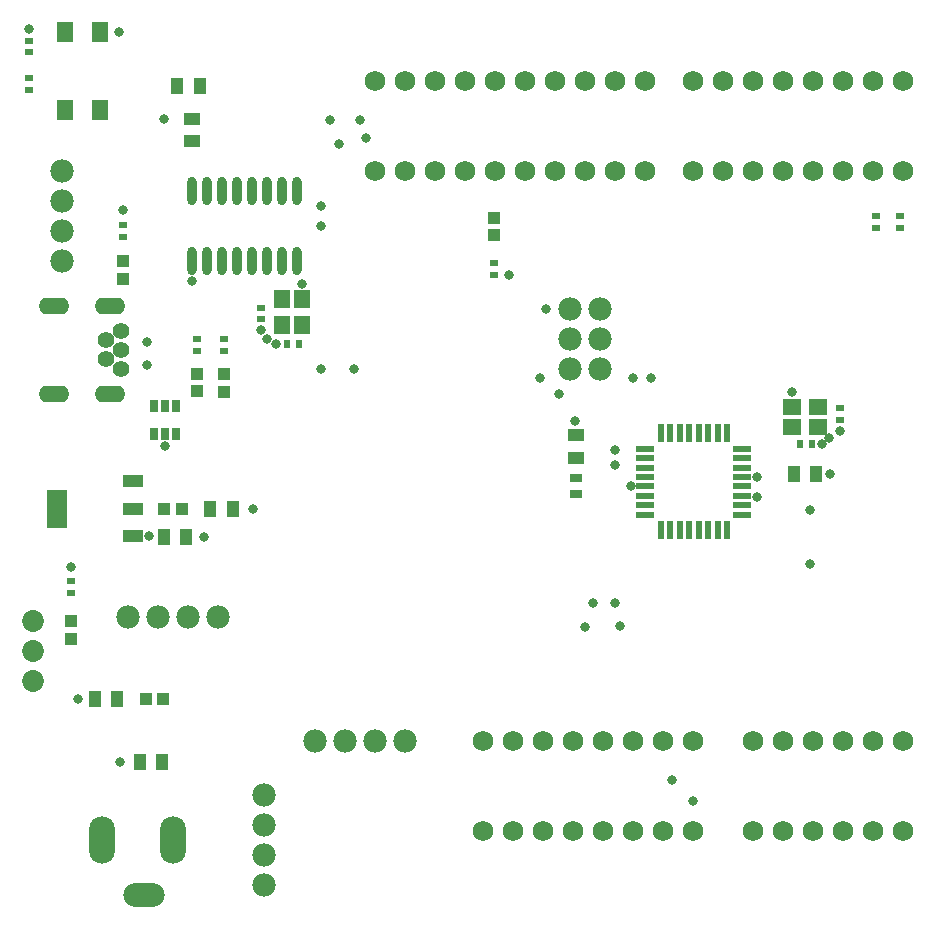
<source format=gts>
G04*
G04 #@! TF.GenerationSoftware,Altium Limited,Altium Designer,21.8.1 (53)*
G04*
G04 Layer_Color=8388736*
%FSLAX25Y25*%
%MOIN*%
G70*
G04*
G04 #@! TF.SameCoordinates,28AFC469-8C40-47C5-92FE-A73FC46FB42A*
G04*
G04*
G04 #@! TF.FilePolarity,Negative*
G04*
G01*
G75*
%ADD18R,0.05709X0.03937*%
%ADD19R,0.03937X0.02953*%
%ADD20R,0.03937X0.05709*%
%ADD21R,0.02362X0.02756*%
%ADD23R,0.02756X0.02362*%
%ADD35R,0.03950X0.03950*%
%ADD36R,0.06311X0.05524*%
%ADD37R,0.05524X0.06311*%
%ADD38R,0.02956X0.04137*%
%ADD39O,0.03200X0.09461*%
%ADD40R,0.05524X0.06706*%
%ADD41R,0.07100X0.13000*%
%ADD42R,0.07100X0.04100*%
%ADD43R,0.03950X0.03950*%
%ADD44R,0.02200X0.06000*%
%ADD45R,0.06000X0.02200*%
%ADD46C,0.06800*%
%ADD47C,0.07800*%
%ADD48O,0.10249X0.05524*%
%ADD49C,0.05524*%
%ADD50C,0.07296*%
%ADD51O,0.13792X0.07887*%
%ADD52O,0.08674X0.15761*%
%ADD53C,0.03300*%
D18*
X191000Y154520D02*
D03*
Y162000D02*
D03*
X63000Y260020D02*
D03*
Y267500D02*
D03*
D19*
X191000Y147756D02*
D03*
Y142244D02*
D03*
D20*
X263520Y149000D02*
D03*
X271000D02*
D03*
X53500Y128000D02*
D03*
X60980D02*
D03*
X76500Y137500D02*
D03*
X69020D02*
D03*
X53000Y53000D02*
D03*
X45520D02*
D03*
X30520Y74000D02*
D03*
X38000D02*
D03*
X65480Y278500D02*
D03*
X58000D02*
D03*
D21*
X265563Y159000D02*
D03*
X269500D02*
D03*
X94500Y192500D02*
D03*
X98437D02*
D03*
D23*
X163500Y215531D02*
D03*
Y219468D02*
D03*
X291000Y234968D02*
D03*
Y231031D02*
D03*
X299000Y235000D02*
D03*
Y231063D02*
D03*
X279000Y167063D02*
D03*
Y171000D02*
D03*
X64500Y194000D02*
D03*
Y190063D02*
D03*
X73500Y194000D02*
D03*
Y190063D02*
D03*
X86000Y200563D02*
D03*
Y204500D02*
D03*
X8500Y289563D02*
D03*
Y293500D02*
D03*
Y281000D02*
D03*
Y277063D02*
D03*
X40000Y232000D02*
D03*
Y228063D02*
D03*
X22500Y109500D02*
D03*
Y113437D02*
D03*
D35*
X163500Y228594D02*
D03*
Y234500D02*
D03*
X64500Y182500D02*
D03*
Y176594D02*
D03*
X73500Y182405D02*
D03*
Y176500D02*
D03*
X40000Y219905D02*
D03*
Y214000D02*
D03*
X22500Y94000D02*
D03*
Y99906D02*
D03*
D36*
X271500Y171500D02*
D03*
X262838D02*
D03*
X271499Y164807D02*
D03*
X262838D02*
D03*
D37*
X99500Y198838D02*
D03*
Y207500D02*
D03*
X92807Y198839D02*
D03*
Y207500D02*
D03*
D38*
X50260Y162423D02*
D03*
X54000D02*
D03*
X57740D02*
D03*
Y171724D02*
D03*
X54000D02*
D03*
X50260D02*
D03*
D39*
X63000Y243400D02*
D03*
X68000D02*
D03*
X73000D02*
D03*
X78000D02*
D03*
X83000D02*
D03*
X88000D02*
D03*
X93000D02*
D03*
X98000D02*
D03*
Y220000D02*
D03*
X93000D02*
D03*
X88000D02*
D03*
X83000D02*
D03*
X78000D02*
D03*
X73000D02*
D03*
X68000D02*
D03*
X63000D02*
D03*
D40*
X32405Y270508D02*
D03*
X20595Y296492D02*
D03*
X32405D02*
D03*
X20595Y270508D02*
D03*
D41*
X17900Y137500D02*
D03*
D42*
X43100Y128400D02*
D03*
Y137500D02*
D03*
Y146600D02*
D03*
D43*
X53594Y137500D02*
D03*
X59500D02*
D03*
X53405Y74000D02*
D03*
X47500D02*
D03*
D44*
X241193Y130300D02*
D03*
X238093D02*
D03*
X234893D02*
D03*
X231793D02*
D03*
X228593D02*
D03*
X225493D02*
D03*
X222293D02*
D03*
X219193D02*
D03*
Y162700D02*
D03*
X222293D02*
D03*
X225493D02*
D03*
X228593D02*
D03*
X231793D02*
D03*
X234893D02*
D03*
X238093D02*
D03*
X241193D02*
D03*
D45*
X213993Y135500D02*
D03*
Y138600D02*
D03*
Y141800D02*
D03*
Y144900D02*
D03*
Y148100D02*
D03*
Y151200D02*
D03*
Y154400D02*
D03*
Y157500D02*
D03*
X246393D02*
D03*
Y154400D02*
D03*
Y151200D02*
D03*
Y148100D02*
D03*
Y144900D02*
D03*
Y141800D02*
D03*
Y138600D02*
D03*
Y135500D02*
D03*
D46*
X300000Y30000D02*
D03*
X290000D02*
D03*
X280000D02*
D03*
X270000D02*
D03*
X260000D02*
D03*
X250000D02*
D03*
X124000Y280000D02*
D03*
X134000D02*
D03*
X144000D02*
D03*
X154000D02*
D03*
X164000D02*
D03*
X174000D02*
D03*
X184000D02*
D03*
X194000D02*
D03*
X204000D02*
D03*
X214000D02*
D03*
X300000D02*
D03*
X290000D02*
D03*
X280000D02*
D03*
X270000D02*
D03*
X260000D02*
D03*
X250000D02*
D03*
X240000D02*
D03*
X230000D02*
D03*
X250000Y60000D02*
D03*
X260000D02*
D03*
X270000D02*
D03*
X280000D02*
D03*
X290000D02*
D03*
X300000D02*
D03*
X160000D02*
D03*
X170000D02*
D03*
X180000D02*
D03*
X190000D02*
D03*
X200000D02*
D03*
X210000D02*
D03*
X220000D02*
D03*
X230000D02*
D03*
X160000Y30000D02*
D03*
X170000D02*
D03*
X180000D02*
D03*
X190000D02*
D03*
X200000D02*
D03*
X210000D02*
D03*
X220000D02*
D03*
X230000D02*
D03*
X300000Y250000D02*
D03*
X290000D02*
D03*
X280000D02*
D03*
X270000D02*
D03*
X260000D02*
D03*
X250000D02*
D03*
X240000D02*
D03*
X230000D02*
D03*
X214000D02*
D03*
X204000D02*
D03*
X194000D02*
D03*
X184000D02*
D03*
X174000D02*
D03*
X164000D02*
D03*
X154000D02*
D03*
X144000D02*
D03*
X134000D02*
D03*
X124000D02*
D03*
D47*
X114000Y60000D02*
D03*
X104000D02*
D03*
X134000D02*
D03*
X124000D02*
D03*
X19500Y240000D02*
D03*
Y250000D02*
D03*
Y220000D02*
D03*
Y230000D02*
D03*
X51500Y101500D02*
D03*
X41500D02*
D03*
X71500D02*
D03*
X61500D02*
D03*
X87000Y32000D02*
D03*
Y42000D02*
D03*
Y12000D02*
D03*
Y22000D02*
D03*
X199000Y184000D02*
D03*
X189000D02*
D03*
X199000Y194000D02*
D03*
X189000D02*
D03*
X199000Y204000D02*
D03*
X189000D02*
D03*
D48*
X16875Y175855D02*
D03*
X35575D02*
D03*
Y205146D02*
D03*
X16875D02*
D03*
D49*
X39125Y196721D02*
D03*
X34386Y193571D02*
D03*
Y187273D02*
D03*
X39125Y190421D02*
D03*
Y184123D02*
D03*
D50*
X10000Y100000D02*
D03*
Y90000D02*
D03*
Y80000D02*
D03*
D51*
X46780Y8693D02*
D03*
D52*
X33000Y27000D02*
D03*
X56622D02*
D03*
D53*
X54000Y158250D02*
D03*
X106000Y231750D02*
D03*
Y238250D02*
D03*
X119000Y267000D02*
D03*
X109000D02*
D03*
X112000Y259000D02*
D03*
X121000Y261000D02*
D03*
X179000Y181000D02*
D03*
X185298Y175702D02*
D03*
X117000Y184000D02*
D03*
X106000D02*
D03*
X86000Y197000D02*
D03*
X88000Y194000D02*
D03*
X205500Y98448D02*
D03*
X204000Y151900D02*
D03*
Y157000D02*
D03*
X190697Y166697D02*
D03*
X204000Y106000D02*
D03*
X194000Y98000D02*
D03*
X196550Y106000D02*
D03*
X230000Y40000D02*
D03*
X223000Y47000D02*
D03*
X209100Y144900D02*
D03*
X251152Y141252D02*
D03*
X269000Y137000D02*
D03*
Y119000D02*
D03*
X216000Y181000D02*
D03*
X210000D02*
D03*
X181000Y204000D02*
D03*
X168468Y215531D02*
D03*
X83150Y137324D02*
D03*
X262838Y176338D02*
D03*
X275500Y149000D02*
D03*
X273000Y159000D02*
D03*
X251400Y147950D02*
D03*
X275307Y161000D02*
D03*
X279000Y163500D02*
D03*
X53500Y267500D02*
D03*
X8500Y297500D02*
D03*
X38492Y296492D02*
D03*
X48000Y185500D02*
D03*
Y193000D02*
D03*
X99500Y212500D02*
D03*
X91000Y192500D02*
D03*
X63000Y213500D02*
D03*
X40000Y237000D02*
D03*
X48500Y128500D02*
D03*
X22500Y118000D02*
D03*
X67000Y128000D02*
D03*
X25000Y74000D02*
D03*
X39000Y53000D02*
D03*
M02*

</source>
